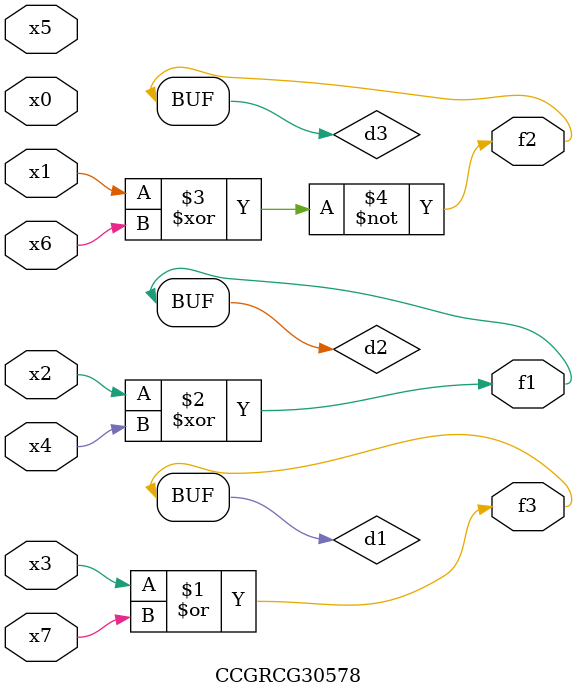
<source format=v>
module CCGRCG30578(
	input x0, x1, x2, x3, x4, x5, x6, x7,
	output f1, f2, f3
);

	wire d1, d2, d3;

	or (d1, x3, x7);
	xor (d2, x2, x4);
	xnor (d3, x1, x6);
	assign f1 = d2;
	assign f2 = d3;
	assign f3 = d1;
endmodule

</source>
